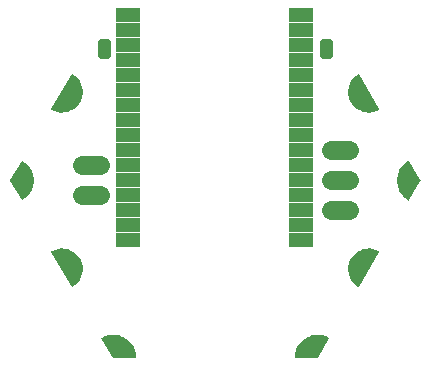
<source format=gbr>
G04 EAGLE Gerber RS-274X export*
G75*
%MOMM*%
%FSLAX34Y34*%
%LPD*%
%INSoldermask Top*%
%IPPOS*%
%AMOC8*
5,1,8,0,0,1.08239X$1,22.5*%
G01*
%ADD10R,2.001519X1.171703*%
%ADD11C,1.101600*%
%ADD12C,0.605878*%
%ADD13C,1.625600*%

G36*
X225317Y256520D02*
X225317Y256520D01*
X225388Y256517D01*
X225415Y256527D01*
X225444Y256529D01*
X225534Y256571D01*
X225574Y256586D01*
X225582Y256594D01*
X225595Y256600D01*
X227898Y258199D01*
X227922Y258225D01*
X227962Y258252D01*
X229971Y260209D01*
X229990Y260238D01*
X230025Y260271D01*
X231684Y262532D01*
X231699Y262563D01*
X231728Y262602D01*
X232992Y265105D01*
X233001Y265139D01*
X233023Y265182D01*
X233859Y267859D01*
X233862Y267893D01*
X233877Y267939D01*
X234260Y270718D01*
X234258Y270752D01*
X234264Y270800D01*
X234185Y273603D01*
X234177Y273637D01*
X234176Y273685D01*
X233637Y276437D01*
X233623Y276469D01*
X233614Y276517D01*
X232629Y279142D01*
X232614Y279167D01*
X232609Y279187D01*
X232601Y279198D01*
X232594Y279217D01*
X231190Y281645D01*
X231167Y281671D01*
X231143Y281713D01*
X229359Y283876D01*
X229332Y283898D01*
X229301Y283935D01*
X227185Y285776D01*
X227155Y285793D01*
X227119Y285825D01*
X224728Y287292D01*
X224696Y287303D01*
X224655Y287329D01*
X222056Y288382D01*
X222022Y288389D01*
X221977Y288407D01*
X219240Y289018D01*
X219205Y289019D01*
X219158Y289030D01*
X216358Y289182D01*
X216324Y289177D01*
X216276Y289180D01*
X213488Y288870D01*
X213455Y288859D01*
X213407Y288854D01*
X210709Y288089D01*
X210679Y288073D01*
X210632Y288060D01*
X208097Y286861D01*
X208073Y286844D01*
X208046Y286834D01*
X207994Y286785D01*
X207937Y286742D01*
X207923Y286717D01*
X207902Y286697D01*
X207873Y286632D01*
X207837Y286571D01*
X207834Y286542D01*
X207822Y286515D01*
X207821Y286444D01*
X207812Y286373D01*
X207820Y286345D01*
X207820Y286316D01*
X207854Y286223D01*
X207866Y286182D01*
X207873Y286173D01*
X207878Y286160D01*
X224878Y256760D01*
X224897Y256738D01*
X224910Y256712D01*
X224963Y256664D01*
X225010Y256611D01*
X225036Y256599D01*
X225058Y256579D01*
X225125Y256556D01*
X225189Y256526D01*
X225218Y256524D01*
X225246Y256515D01*
X225317Y256520D01*
G37*
G36*
X477096Y404243D02*
X477096Y404243D01*
X477144Y404240D01*
X479932Y404550D01*
X479965Y404561D01*
X480013Y404566D01*
X482711Y405331D01*
X482741Y405347D01*
X482788Y405360D01*
X485323Y406559D01*
X485347Y406576D01*
X485374Y406586D01*
X485426Y406635D01*
X485483Y406678D01*
X485497Y406703D01*
X485519Y406723D01*
X485547Y406788D01*
X485583Y406850D01*
X485586Y406878D01*
X485598Y406905D01*
X485599Y406976D01*
X485608Y407047D01*
X485600Y407075D01*
X485600Y407104D01*
X485566Y407197D01*
X485554Y407238D01*
X485547Y407247D01*
X485542Y407260D01*
X468542Y436660D01*
X468523Y436682D01*
X468510Y436708D01*
X468457Y436756D01*
X468410Y436809D01*
X468384Y436821D01*
X468362Y436841D01*
X468295Y436864D01*
X468231Y436894D01*
X468202Y436896D01*
X468174Y436905D01*
X468103Y436900D01*
X468032Y436903D01*
X468005Y436893D01*
X467976Y436891D01*
X467886Y436849D01*
X467846Y436834D01*
X467838Y436826D01*
X467825Y436820D01*
X465522Y435221D01*
X465498Y435196D01*
X465458Y435168D01*
X463449Y433211D01*
X463430Y433182D01*
X463395Y433149D01*
X461736Y430888D01*
X461721Y430857D01*
X461692Y430818D01*
X460428Y428315D01*
X460419Y428281D01*
X460397Y428238D01*
X459561Y425561D01*
X459558Y425527D01*
X459543Y425481D01*
X459160Y422702D01*
X459162Y422668D01*
X459156Y422620D01*
X459235Y419817D01*
X459243Y419783D01*
X459244Y419735D01*
X459783Y416983D01*
X459797Y416951D01*
X459806Y416903D01*
X460791Y414278D01*
X460809Y414248D01*
X460826Y414203D01*
X462230Y411775D01*
X462253Y411749D01*
X462277Y411708D01*
X464061Y409544D01*
X464088Y409522D01*
X464119Y409485D01*
X466235Y407644D01*
X466265Y407627D01*
X466301Y407596D01*
X468692Y406128D01*
X468724Y406117D01*
X468765Y406091D01*
X471364Y405038D01*
X471398Y405031D01*
X471443Y405013D01*
X474180Y404402D01*
X474215Y404401D01*
X474262Y404390D01*
X477062Y404238D01*
X477096Y404243D01*
G37*
G36*
X468136Y256521D02*
X468136Y256521D01*
X468207Y256520D01*
X468234Y256531D01*
X468263Y256535D01*
X468325Y256569D01*
X468390Y256597D01*
X468411Y256618D01*
X468436Y256632D01*
X468499Y256708D01*
X468529Y256739D01*
X468533Y256749D01*
X468542Y256760D01*
X485542Y286160D01*
X485551Y286188D01*
X485568Y286212D01*
X485583Y286281D01*
X485605Y286349D01*
X485603Y286378D01*
X485609Y286406D01*
X485596Y286476D01*
X485590Y286547D01*
X485577Y286573D01*
X485571Y286601D01*
X485531Y286660D01*
X485499Y286723D01*
X485476Y286742D01*
X485460Y286766D01*
X485378Y286823D01*
X485345Y286850D01*
X485335Y286853D01*
X485323Y286861D01*
X482788Y288060D01*
X482754Y288068D01*
X482711Y288089D01*
X480013Y288854D01*
X479978Y288856D01*
X479932Y288870D01*
X477144Y289180D01*
X477110Y289177D01*
X477062Y289182D01*
X474262Y289030D01*
X474228Y289021D01*
X474180Y289018D01*
X471443Y288407D01*
X471411Y288393D01*
X471364Y288382D01*
X468765Y287329D01*
X468736Y287310D01*
X468692Y287292D01*
X466301Y285825D01*
X466276Y285801D01*
X466235Y285776D01*
X464119Y283935D01*
X464098Y283908D01*
X464061Y283876D01*
X462277Y281713D01*
X462261Y281682D01*
X462230Y281645D01*
X460826Y279217D01*
X460815Y279184D01*
X460808Y279171D01*
X460798Y279157D01*
X460798Y279154D01*
X460791Y279142D01*
X459806Y276517D01*
X459800Y276482D01*
X459783Y276437D01*
X459244Y273685D01*
X459244Y273651D01*
X459235Y273603D01*
X459156Y270800D01*
X459162Y270766D01*
X459160Y270718D01*
X459543Y267939D01*
X459555Y267907D01*
X459561Y267859D01*
X460397Y265182D01*
X460414Y265151D01*
X460428Y265105D01*
X461692Y262602D01*
X461714Y262575D01*
X461736Y262532D01*
X463395Y260271D01*
X463421Y260248D01*
X463449Y260209D01*
X465458Y258252D01*
X465487Y258233D01*
X465522Y258199D01*
X467825Y256600D01*
X467852Y256588D01*
X467875Y256570D01*
X467943Y256549D01*
X468008Y256521D01*
X468037Y256521D01*
X468065Y256513D01*
X468136Y256521D01*
G37*
G36*
X219158Y404390D02*
X219158Y404390D01*
X219192Y404399D01*
X219240Y404402D01*
X221977Y405013D01*
X222009Y405027D01*
X222056Y405038D01*
X224655Y406091D01*
X224684Y406110D01*
X224728Y406128D01*
X227119Y407596D01*
X227144Y407619D01*
X227185Y407644D01*
X229301Y409485D01*
X229322Y409512D01*
X229359Y409544D01*
X231143Y411708D01*
X231159Y411738D01*
X231190Y411775D01*
X232594Y414203D01*
X232605Y414236D01*
X232629Y414278D01*
X233614Y416903D01*
X233620Y416938D01*
X233637Y416983D01*
X234176Y419735D01*
X234176Y419770D01*
X234185Y419817D01*
X234264Y422620D01*
X234259Y422654D01*
X234260Y422702D01*
X233877Y425481D01*
X233865Y425513D01*
X233859Y425561D01*
X233023Y428238D01*
X233006Y428269D01*
X232992Y428315D01*
X231728Y430818D01*
X231706Y430845D01*
X231684Y430888D01*
X230025Y433149D01*
X229999Y433172D01*
X229971Y433211D01*
X227962Y435168D01*
X227933Y435187D01*
X227898Y435221D01*
X225595Y436820D01*
X225568Y436832D01*
X225545Y436850D01*
X225477Y436871D01*
X225412Y436899D01*
X225383Y436899D01*
X225355Y436907D01*
X225284Y436899D01*
X225213Y436900D01*
X225186Y436889D01*
X225157Y436885D01*
X225095Y436851D01*
X225030Y436823D01*
X225009Y436802D01*
X224984Y436788D01*
X224921Y436712D01*
X224891Y436681D01*
X224887Y436671D01*
X224878Y436660D01*
X207878Y407260D01*
X207869Y407232D01*
X207852Y407208D01*
X207837Y407139D01*
X207815Y407071D01*
X207817Y407042D01*
X207811Y407014D01*
X207824Y406944D01*
X207830Y406873D01*
X207843Y406847D01*
X207849Y406819D01*
X207889Y406760D01*
X207921Y406697D01*
X207944Y406678D01*
X207960Y406654D01*
X208042Y406597D01*
X208075Y406570D01*
X208085Y406567D01*
X208097Y406559D01*
X210632Y405360D01*
X210666Y405352D01*
X210709Y405331D01*
X213407Y404566D01*
X213442Y404564D01*
X213488Y404550D01*
X216276Y404240D01*
X216310Y404243D01*
X216358Y404238D01*
X219158Y404390D01*
G37*
G36*
X510437Y329721D02*
X510437Y329721D01*
X510508Y329721D01*
X510535Y329732D01*
X510564Y329735D01*
X510626Y329770D01*
X510691Y329798D01*
X510712Y329818D01*
X510737Y329833D01*
X510800Y329910D01*
X510830Y329940D01*
X510834Y329950D01*
X510843Y329961D01*
X520343Y346461D01*
X520353Y346493D01*
X520362Y346506D01*
X520366Y346530D01*
X520367Y346534D01*
X520398Y346604D01*
X520398Y346628D01*
X520406Y346650D01*
X520400Y346726D01*
X520401Y346803D01*
X520391Y346827D01*
X520390Y346848D01*
X520369Y346887D01*
X520343Y346959D01*
X510843Y363459D01*
X510824Y363481D01*
X510811Y363507D01*
X510758Y363555D01*
X510711Y363608D01*
X510685Y363621D01*
X510664Y363640D01*
X510596Y363663D01*
X510532Y363694D01*
X510503Y363696D01*
X510476Y363705D01*
X510404Y363700D01*
X510333Y363703D01*
X510306Y363693D01*
X510277Y363691D01*
X510187Y363649D01*
X510147Y363634D01*
X510139Y363627D01*
X510126Y363621D01*
X507603Y361879D01*
X507579Y361855D01*
X507541Y361828D01*
X505329Y359704D01*
X505310Y359676D01*
X505276Y359644D01*
X503434Y357193D01*
X503420Y357162D01*
X503391Y357125D01*
X501966Y354410D01*
X501957Y354379D01*
X501941Y354354D01*
X501940Y354346D01*
X501935Y354336D01*
X500964Y351428D01*
X500960Y351394D01*
X500945Y351350D01*
X500453Y348323D01*
X500454Y348289D01*
X500446Y348243D01*
X500446Y345177D01*
X500447Y345173D01*
X500447Y345171D01*
X500453Y345144D01*
X500453Y345097D01*
X500945Y342070D01*
X500957Y342039D01*
X500964Y341992D01*
X501935Y339084D01*
X501952Y339055D01*
X501966Y339010D01*
X503391Y336295D01*
X503413Y336269D01*
X503434Y336227D01*
X505276Y333776D01*
X505301Y333753D01*
X505329Y333716D01*
X507541Y331592D01*
X507569Y331574D01*
X507603Y331541D01*
X510126Y329799D01*
X510153Y329788D01*
X510175Y329769D01*
X510244Y329749D01*
X510309Y329721D01*
X510338Y329721D01*
X510366Y329713D01*
X510437Y329721D01*
G37*
G36*
X183016Y329720D02*
X183016Y329720D01*
X183087Y329717D01*
X183114Y329727D01*
X183143Y329729D01*
X183233Y329771D01*
X183273Y329786D01*
X183281Y329793D01*
X183294Y329799D01*
X185817Y331541D01*
X185841Y331565D01*
X185879Y331592D01*
X188091Y333716D01*
X188110Y333744D01*
X188144Y333776D01*
X189986Y336227D01*
X190000Y336258D01*
X190029Y336295D01*
X191454Y339010D01*
X191463Y339043D01*
X191485Y339084D01*
X192456Y341992D01*
X192460Y342026D01*
X192475Y342070D01*
X192967Y345097D01*
X192966Y345131D01*
X192974Y345177D01*
X192974Y348243D01*
X192967Y348276D01*
X192967Y348323D01*
X192475Y351350D01*
X192463Y351381D01*
X192456Y351428D01*
X191485Y354336D01*
X191472Y354359D01*
X191466Y354384D01*
X191459Y354393D01*
X191454Y354410D01*
X190029Y357125D01*
X190007Y357151D01*
X189986Y357193D01*
X188144Y359644D01*
X188119Y359667D01*
X188091Y359704D01*
X185879Y361828D01*
X185851Y361846D01*
X185817Y361879D01*
X183294Y363621D01*
X183267Y363632D01*
X183245Y363651D01*
X183176Y363671D01*
X183111Y363699D01*
X183082Y363699D01*
X183054Y363707D01*
X182983Y363699D01*
X182912Y363700D01*
X182885Y363688D01*
X182856Y363685D01*
X182794Y363650D01*
X182729Y363622D01*
X182708Y363602D01*
X182683Y363587D01*
X182620Y363510D01*
X182590Y363480D01*
X182586Y363470D01*
X182577Y363459D01*
X173077Y346959D01*
X173053Y346886D01*
X173022Y346816D01*
X173022Y346792D01*
X173014Y346770D01*
X173021Y346694D01*
X173020Y346617D01*
X173029Y346593D01*
X173030Y346572D01*
X173051Y346533D01*
X173070Y346481D01*
X173071Y346475D01*
X173073Y346473D01*
X173077Y346461D01*
X182577Y329961D01*
X182596Y329939D01*
X182609Y329913D01*
X182662Y329865D01*
X182709Y329812D01*
X182735Y329799D01*
X182757Y329780D01*
X182824Y329757D01*
X182888Y329726D01*
X182917Y329725D01*
X182944Y329715D01*
X183016Y329720D01*
G37*
G36*
X433386Y196226D02*
X433386Y196226D01*
X433464Y196235D01*
X433483Y196246D01*
X433505Y196250D01*
X433569Y196294D01*
X433637Y196333D01*
X433653Y196352D01*
X433669Y196363D01*
X433693Y196401D01*
X433743Y196461D01*
X443243Y212961D01*
X443252Y212988D01*
X443268Y213012D01*
X443283Y213082D01*
X443306Y213150D01*
X443303Y213178D01*
X443309Y213206D01*
X443296Y213277D01*
X443290Y213348D01*
X443277Y213373D01*
X443271Y213401D01*
X443231Y213461D01*
X443198Y213524D01*
X443176Y213542D01*
X443160Y213566D01*
X443077Y213624D01*
X443045Y213651D01*
X443034Y213654D01*
X443024Y213661D01*
X440258Y214970D01*
X440225Y214978D01*
X440182Y214998D01*
X437242Y215846D01*
X437208Y215849D01*
X437164Y215862D01*
X434126Y216227D01*
X434092Y216224D01*
X434045Y216230D01*
X430988Y216103D01*
X430955Y216095D01*
X430908Y216094D01*
X427911Y215478D01*
X427880Y215465D01*
X427834Y215456D01*
X424974Y214367D01*
X424946Y214349D01*
X424902Y214333D01*
X422254Y212799D01*
X422228Y212777D01*
X422188Y212754D01*
X419820Y210816D01*
X419798Y210789D01*
X419762Y210760D01*
X417735Y208467D01*
X417719Y208438D01*
X417687Y208403D01*
X416055Y205815D01*
X416043Y205783D01*
X416018Y205744D01*
X414822Y202927D01*
X414815Y202894D01*
X414812Y202887D01*
X414808Y202881D01*
X414807Y202875D01*
X414796Y202851D01*
X414068Y199879D01*
X414066Y199845D01*
X414055Y199800D01*
X413812Y196750D01*
X413816Y196721D01*
X413811Y196693D01*
X413828Y196624D01*
X413836Y196552D01*
X413851Y196528D01*
X413857Y196500D01*
X413900Y196442D01*
X413936Y196380D01*
X413958Y196363D01*
X413975Y196340D01*
X414037Y196303D01*
X414094Y196260D01*
X414122Y196253D01*
X414146Y196238D01*
X414246Y196222D01*
X414287Y196211D01*
X414297Y196213D01*
X414310Y196211D01*
X433310Y196211D01*
X433386Y196226D01*
G37*
G36*
X279138Y196216D02*
X279138Y196216D01*
X279166Y196214D01*
X279234Y196236D01*
X279305Y196250D01*
X279328Y196266D01*
X279355Y196275D01*
X279410Y196322D01*
X279469Y196363D01*
X279484Y196387D01*
X279506Y196405D01*
X279537Y196470D01*
X279576Y196530D01*
X279581Y196558D01*
X279593Y196584D01*
X279602Y196685D01*
X279609Y196727D01*
X279607Y196737D01*
X279608Y196750D01*
X279365Y199800D01*
X279356Y199832D01*
X279352Y199879D01*
X278624Y202851D01*
X278609Y202882D01*
X278598Y202927D01*
X277402Y205744D01*
X277383Y205772D01*
X277365Y205815D01*
X275733Y208403D01*
X275709Y208427D01*
X275685Y208467D01*
X273658Y210760D01*
X273631Y210780D01*
X273600Y210816D01*
X271233Y212754D01*
X271202Y212770D01*
X271166Y212799D01*
X268518Y214333D01*
X268486Y214343D01*
X268446Y214367D01*
X265586Y215456D01*
X265553Y215461D01*
X265509Y215478D01*
X262512Y216094D01*
X262478Y216094D01*
X262432Y216103D01*
X259375Y216230D01*
X259341Y216225D01*
X259294Y216227D01*
X256256Y215862D01*
X256224Y215851D01*
X256178Y215846D01*
X253238Y214998D01*
X253208Y214982D01*
X253163Y214970D01*
X250397Y213661D01*
X250374Y213644D01*
X250347Y213634D01*
X250295Y213585D01*
X250237Y213542D01*
X250223Y213517D01*
X250202Y213498D01*
X250173Y213432D01*
X250137Y213370D01*
X250134Y213342D01*
X250122Y213316D01*
X250121Y213244D01*
X250112Y213173D01*
X250120Y213146D01*
X250120Y213117D01*
X250155Y213022D01*
X250166Y212982D01*
X250173Y212973D01*
X250177Y212961D01*
X259677Y196461D01*
X259729Y196403D01*
X259775Y196340D01*
X259794Y196329D01*
X259809Y196312D01*
X259879Y196278D01*
X259946Y196238D01*
X259971Y196234D01*
X259988Y196226D01*
X260033Y196224D01*
X260110Y196211D01*
X279110Y196211D01*
X279138Y196216D01*
G37*
D10*
X419451Y295910D03*
X419451Y410210D03*
X419451Y422910D03*
X419451Y435610D03*
X419451Y448310D03*
X419451Y461010D03*
X419451Y473710D03*
X419451Y486410D03*
X273050Y486410D03*
X273050Y473710D03*
X273050Y461010D03*
X419451Y308610D03*
X273050Y448310D03*
X273050Y435610D03*
X273050Y422910D03*
X273050Y410210D03*
X273050Y397510D03*
X273050Y384810D03*
X273050Y372110D03*
X273050Y359410D03*
X273050Y346710D03*
X273050Y334010D03*
X419451Y321310D03*
X273050Y321310D03*
X273050Y308610D03*
X273050Y295910D03*
X419451Y334010D03*
X419451Y346710D03*
X419451Y359410D03*
X419451Y372110D03*
X419451Y384810D03*
X419451Y397510D03*
D11*
X511910Y346710D03*
X429310Y203610D03*
X264110Y203610D03*
X181510Y346710D03*
X470610Y418210D03*
X470610Y275210D03*
X222810Y275210D03*
X222810Y418210D03*
D12*
X443169Y452991D02*
X443169Y463949D01*
X443169Y452991D02*
X438211Y452991D01*
X438211Y463949D01*
X443169Y463949D01*
X443169Y458747D02*
X438211Y458747D01*
X255209Y463949D02*
X255209Y452991D01*
X250251Y452991D01*
X250251Y463949D01*
X255209Y463949D01*
X255209Y458747D02*
X250251Y458747D01*
D13*
X444500Y321310D02*
X459740Y321310D01*
X459740Y346710D02*
X444500Y346710D01*
X444500Y372110D02*
X459740Y372110D01*
X248920Y334010D02*
X233680Y334010D01*
X233680Y359410D02*
X248920Y359410D01*
M02*

</source>
